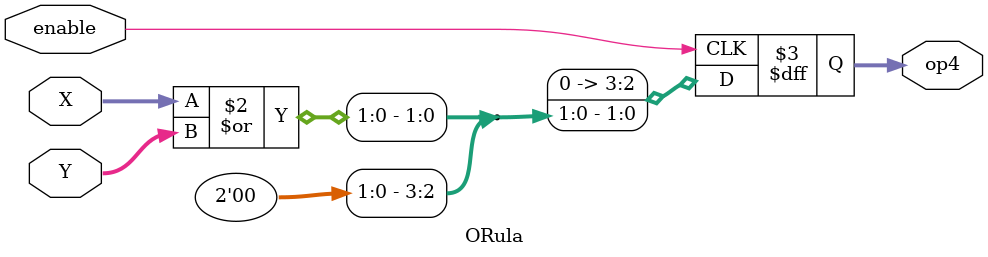
<source format=v>

module Trabalho2Exercicio1(X, Y, op1, op2, op3, op4, sel, enable, Z);

/*
	op1 = resultado da operacao de soma
	op2 = resultado da operacao de multiplicacao
	op3 = resultado da operacao de AND logico
	op4 = resultado da operacao de OR logico
	
	sel = seletor de qual operacao sera executada (MUX)
*/

input [1:0] X;
input [1:0] Y;
input [1:0] sel;
input enable;

output [3:0] op1;
output [3:0] op2;
output [3:0] op3;
output [3:0] op4;
output reg [3:0] Z;

SOMAula S1(
	.X (X),
	.Y (Y),
	.enable (enable),
	.op1 (op1)
);

MULula M1(
	.X (X),
	.Y (Y),
	.enable (enable),
	.op2 (op2)
);

ANDula A1(
	.X (X),
	.Y (Y),
	.enable (enable),
	.op3 (op3)
);

ORula O1(
	.X (X),
	.Y (Y),
	.enable (enable),
	.op4 (op4)
);


always @ (posedge enable)
	begin
		if(sel == 2'b00)
		begin
			Z[3:0] = op1[3:0];
			Z = op1;
		end
		
		if(sel == 2'b01)
		begin
			Z[3:0] = op2[3:0];
		end
		
		if(sel == 2'b10)
		begin
			Z[3:0] = op3[3:0];
		end
		
		if(sel == 2'b11)
		begin
			Z[3:0] = op4[3:0];
		end
		
	end

endmodule

/*
	MODULO DA SOMA
*/

module SOMAula(X, Y, enable, op1);

input [1:0] X;
input [1:0] Y;
input enable;

output reg [3:0] op1;

always @ (posedge enable)
	begin
		op1[0] = (X[0] & ~Y[0]) | (~X[0] & Y[0]);
		op1[1] = (~X[1] & X[0] & ~Y[1] & Y[0]) | (X[1] & X[0] & Y[1] & Y[0]) | (~X[1] & ~X[0] & Y[1]) | (X[1] & ~X[0] & ~Y[1]) | (~X[1] & Y[1] & ~Y[0]) | (X[1] & ~Y[1] & ~Y[0]);
		op1[2] = (X[1] & Y[1]) | (X[1] & X[0] & Y[0]) | (X[0] & Y[1] & Y[0]);
		op1[3] = 1'b0;
	end

endmodule

/*
	MODULO DA MULTIPLICACAO
*/

module MULula(X, Y, enable, op2);

input [1:0] X;
input [1:0] Y;
input enable;

output reg [3:0] op2;

always @ (posedge enable)
	begin
		op2[0] = X[0] & Y[0];
		op2[1] = (X[0] & Y[1]) ^ (X[1] & Y[0]);
		op2[2] = (X[1] & ~X[0] & Y[1]) | (X[1] & Y[1] & ~Y[0]);
		op2[3] = X[1] & X[0] & Y[1] & Y[0];
	end

endmodule

/*
	MODULO DO AND
*/

module ANDula(X, Y, enable, op3);

input [1:0] X;
input [1:0] Y;
input enable;

output reg [3:0] op3;

always @ (posedge enable)
	begin
		op3[1:0] = X[1:0] & Y[1:0];
		op3[2] = 1'b0;
		op3[3] = 1'b0;
	end
	
endmodule

/*
	MODULO DO OR
*/

module ORula(X, Y, enable, op4);

input [1:0] X;
input [1:0] Y;
input enable;

output reg [3:0] op4;

always @ (posedge enable)
	begin
		op4[1:0] = X[1:0] | Y[1:0];
		op4[2] = 1'b0;
		op4[3] = 1'b0;
	end
endmodule

</source>
